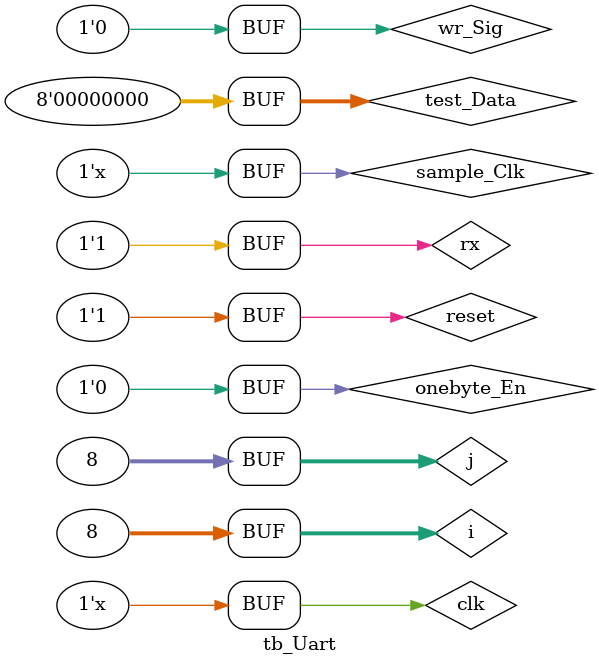
<source format=v>
`include "./uart_Define.v"
	module		tb_Uart();
	
	reg		clk;
	reg		reset;
	
	reg		rx;
	reg		[7 : 0] test_Data;
	
	reg			button_Trig;
	reg			wr_Sig;
	reg			sample_Clk;
	reg			en;
	reg			onebyte_En;
	wire		tx;
	reg		[7 : 0]	data[7 : 0];
	integer i,j;
	
	initial	
		begin
			clk = 1'b0;
			reset = 1'b1;
			rx = 1'b1;
			test_Data = 1'b0;
			wr_Sig = 1'b0;
			sample_Clk = 1'b0;
			onebyte_En = 1'b0;
		end

			
	always #5 clk = ~clk;
	always #26042.5 sample_Clk = ~sample_Clk;
	
	// reset control
	initial
		begin
			#200 reset = 1'b0;
			#20 reset = 1'b1;
		end
		
		
	initial
			begin
				data[0] <= 8'h11;
				data[1] <= 8'h22;
				data[2] <= 8'h33;
				data[3] <= 8'h44;
				data[4] <= 8'h55;
				data[5] <= 8'h66;
				data[6] <= 8'h77;
				data[7] <= 8'h88;
			end
	initial
		begin
			#400 ;
			for(i = 0; i < 8; i = i + 1)
				begin
					rx = 1'b0; #52083;
					for(j = 0; j < 8; j = j + 1)
						begin
							rx = data[i][j]; #52083;
						end
					rx = 1'b1; #100000;
				end
		end
	`ifdef	using_RX
		// rx data control	
	
	`elsif using_Buffer
	always@(posedge sample_Clk or negedge reset)
		begin
			if(~reset)
				en <= 1'b0;
			else
				en <= ~en;
		end
	
	always@(posedge sample_Clk)
		if(en)
			begin
				wr_Sig <= 1'b1;
				test_Data <= 8'h93;
			end
		else
			begin
				wr_Sig <= 1'b0;
				test_Data <= 1'b0;
			end
	always@(posedge sample_Clk or negedge reset)
		begin
			if(~reset)
				button_Trig <= 1'b1;
			else if(en)
				button_Trig <= 1'b0;
			else 
				button_Trig <= button_Trig;
		end
	
	`elsif using_Onebyte_Buffer
		initial
			begin
				repeat(20)
					begin
						#1000000;
						@(posedge sample_Clk)
						onebyte_En = 1'b1;
						@(posedge sample_Clk)
						onebyte_En = 1'b0;
					end
			end
		
			
		always@(posedge sample_Clk)
			begin
				if(onebyte_En)
					begin
						wr_Sig <= 1'b1;
						test_Data <= 8'h93;
					end
				else
					begin
						wr_Sig <= 1'b0;
						test_Data <= 1'b0;
					end
			end
	
	`endif
	
	uart_Top Uart(
		.clk(clk),
		.reset(reset),
		
		.rx(rx),
		.test_Data(test_Data),
		.button_Trig(button_Trig),
		.wr_Sig(wr_Sig),
		
		.tx(tx));
		
	
	endmodule
	
</source>
